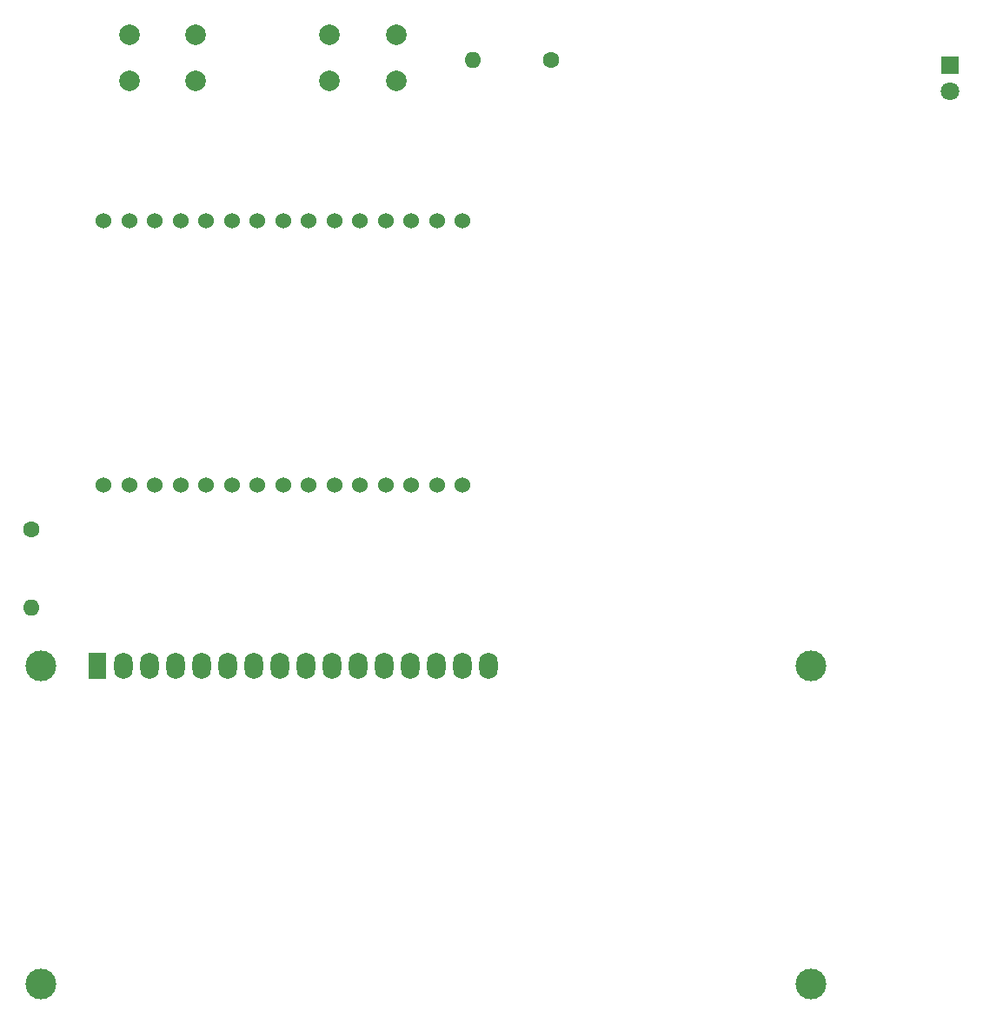
<source format=gbr>
%TF.GenerationSoftware,KiCad,Pcbnew,8.0.4*%
%TF.CreationDate,2024-08-01T14:56:52+02:00*%
%TF.ProjectId,\u002A,2a2e6b69-6361-4645-9f70-636258585858,rev?*%
%TF.SameCoordinates,Original*%
%TF.FileFunction,Soldermask,Bot*%
%TF.FilePolarity,Negative*%
%FSLAX46Y46*%
G04 Gerber Fmt 4.6, Leading zero omitted, Abs format (unit mm)*
G04 Created by KiCad (PCBNEW 8.0.4) date 2024-08-01 14:56:52*
%MOMM*%
%LPD*%
G01*
G04 APERTURE LIST*
%ADD10C,3.000000*%
%ADD11R,1.800000X2.600000*%
%ADD12O,1.800000X2.600000*%
%ADD13C,1.600000*%
%ADD14O,1.600000X1.600000*%
%ADD15R,1.800000X1.800000*%
%ADD16C,1.800000*%
%ADD17C,2.000000*%
%ADD18C,1.524000*%
G04 APERTURE END LIST*
D10*
%TO.C,DS2*%
X133900900Y-106500000D03*
X133900900Y-137500700D03*
X208899480Y-137500700D03*
X208900000Y-106500000D03*
D11*
X139400000Y-106500000D03*
D12*
X141940000Y-106500000D03*
X144480000Y-106500000D03*
X147020000Y-106500000D03*
X149560000Y-106500000D03*
X152100000Y-106500000D03*
X154640000Y-106500000D03*
X157180000Y-106500000D03*
X159720000Y-106500000D03*
X162260000Y-106500000D03*
X164800000Y-106500000D03*
X167340000Y-106500000D03*
X169880000Y-106500000D03*
X172420000Y-106500000D03*
X174960000Y-106500000D03*
X177500000Y-106500000D03*
%TD*%
D13*
%TO.C,R3*%
X133000000Y-93190000D03*
D14*
X133000000Y-100810000D03*
%TD*%
D15*
%TO.C,D1*%
X222500000Y-47960000D03*
D16*
X222500000Y-50500000D03*
%TD*%
D17*
%TO.C,SW1*%
X142500000Y-45000000D03*
X149000000Y-45000000D03*
X142500000Y-49500000D03*
X149000000Y-49500000D03*
%TD*%
%TO.C,SW2*%
X168500000Y-49500000D03*
X162000000Y-49500000D03*
X168500000Y-45000000D03*
X162000000Y-45000000D03*
%TD*%
D13*
%TO.C,R2*%
X183620000Y-47500000D03*
D14*
X176000000Y-47500000D03*
%TD*%
D18*
%TO.C,Esp32-Wroom-32D1*%
X140000000Y-63150000D03*
X142512000Y-63150000D03*
X140000000Y-88900000D03*
X175000000Y-63150000D03*
X172500000Y-63150000D03*
X170000000Y-63150000D03*
X167500000Y-63150000D03*
X165000000Y-63150000D03*
X162500000Y-63150000D03*
X160000000Y-63150000D03*
X157500000Y-63150000D03*
X155000000Y-63150000D03*
X152500000Y-63150000D03*
X150000000Y-63150000D03*
X147500000Y-63150000D03*
X145000000Y-63150000D03*
X145000000Y-88900000D03*
X147500000Y-88900000D03*
X150000000Y-88900000D03*
X152500000Y-88900000D03*
X155000000Y-88900000D03*
X157500000Y-88900000D03*
X160000000Y-88900000D03*
X162500000Y-88900000D03*
X165000000Y-88900000D03*
X167500000Y-88900000D03*
X170000000Y-88900000D03*
X172500000Y-88900000D03*
X175000000Y-88900000D03*
X142512000Y-88900000D03*
%TD*%
M02*

</source>
